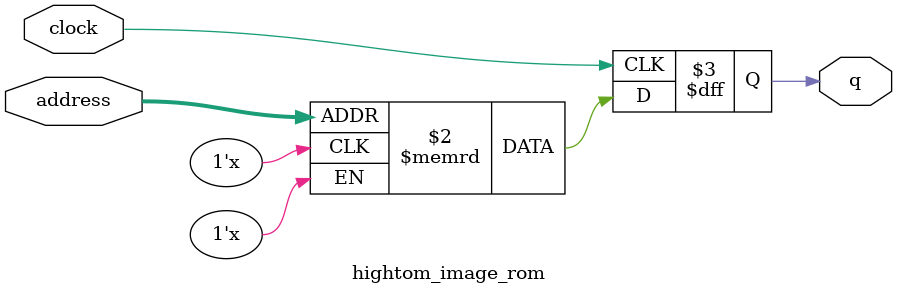
<source format=sv>
module hightom_image_rom (
	input logic clock,
	input logic [10:0] address,
	output logic [0:0] q
);

logic [0:0] memory [0:1224] /* synthesis ram_init_file = "./hightom_image/hightom_image.mif" */;

always_ff @ (posedge clock) begin
	q <= memory[address];
end

endmodule

</source>
